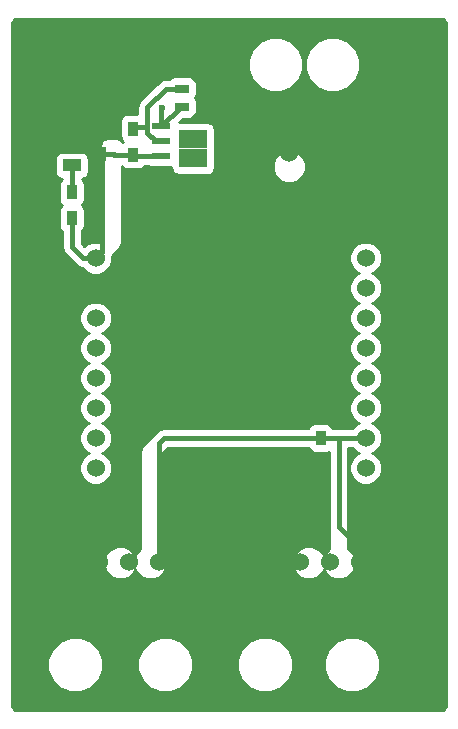
<source format=gbr>
G04 #@! TF.FileFunction,Copper,L1,Top,Signal*
%FSLAX46Y46*%
G04 Gerber Fmt 4.6, Leading zero omitted, Abs format (unit mm)*
G04 Created by KiCad (PCBNEW 4.0.7) date 04/29/18 15:59:49*
%MOMM*%
%LPD*%
G01*
G04 APERTURE LIST*
%ADD10C,0.100000*%
%ADD11R,1.200000X0.750000*%
%ADD12R,0.750000X1.200000*%
%ADD13R,0.900000X1.200000*%
%ADD14C,1.524000*%
%ADD15R,1.550000X0.600000*%
%ADD16R,1.200000X1.600000*%
%ADD17R,1.600000X1.000000*%
%ADD18C,0.600000*%
%ADD19C,0.406400*%
%ADD20C,0.254000*%
G04 APERTURE END LIST*
D10*
D11*
X180152000Y-89916000D03*
X182052000Y-89916000D03*
D12*
X173355000Y-92077500D03*
X173355000Y-93977500D03*
D13*
X176022000Y-91780000D03*
X176022000Y-93980000D03*
X191897000Y-120183000D03*
X191897000Y-117983000D03*
D14*
X189230000Y-93853000D03*
X191770000Y-93853000D03*
D15*
X178402000Y-91567000D03*
X178402000Y-92837000D03*
X178402000Y-94107000D03*
X178402000Y-95377000D03*
X183802000Y-95377000D03*
X183802000Y-94107000D03*
X183802000Y-92837000D03*
X183802000Y-91567000D03*
D16*
X181702000Y-94272000D03*
X181702000Y-92672000D03*
X180502000Y-94272000D03*
X180502000Y-92672000D03*
D14*
X195262500Y-128460500D03*
X192722500Y-128460500D03*
X190182500Y-128460500D03*
D11*
X180152000Y-88392000D03*
X182052000Y-88392000D03*
D14*
X172847000Y-102743000D03*
X172847000Y-105283000D03*
X172847000Y-107823000D03*
X172847000Y-110363000D03*
X172847000Y-112903000D03*
X172847000Y-115443000D03*
X172847000Y-117983000D03*
X172847000Y-120523000D03*
X195707000Y-102743000D03*
X195707000Y-105283000D03*
X195707000Y-107823000D03*
X195707000Y-110363000D03*
X195707000Y-112903000D03*
X195707000Y-115443000D03*
X195707000Y-117983000D03*
X195707000Y-120523000D03*
D17*
X170840400Y-91894400D03*
X170840400Y-94894400D03*
D13*
X170840400Y-99380400D03*
X170840400Y-97180400D03*
D14*
X178244500Y-128460500D03*
X175704500Y-128460500D03*
X173164500Y-128460500D03*
D18*
X178435000Y-90043000D03*
D19*
X178402000Y-91567000D02*
X178402000Y-90076000D01*
X178402000Y-90076000D02*
X178435000Y-90043000D01*
X180152000Y-89916000D02*
X180053000Y-89916000D01*
X180053000Y-89916000D02*
X178402000Y-91567000D01*
X173355000Y-93977500D02*
X173355000Y-102235000D01*
X173355000Y-102235000D02*
X172847000Y-102743000D01*
X174376000Y-93980000D02*
X174373500Y-93977500D01*
X174373500Y-93977500D02*
X173355000Y-93977500D01*
X172847000Y-102743000D02*
X171769370Y-102743000D01*
X171769370Y-102743000D02*
X170840400Y-101814030D01*
X170840400Y-101814030D02*
X170840400Y-100386800D01*
X170840400Y-100386800D02*
X170840400Y-99380400D01*
X176022000Y-93980000D02*
X174376000Y-93980000D01*
X178402000Y-94107000D02*
X176149000Y-94107000D01*
X176149000Y-94107000D02*
X176022000Y-93980000D01*
X177220600Y-91440000D02*
X177220600Y-92130600D01*
X177220600Y-89987400D02*
X177220600Y-91440000D01*
X177050600Y-91610000D02*
X176022000Y-91610000D01*
X177220600Y-91440000D02*
X177050600Y-91610000D01*
X178816000Y-88392000D02*
X177220600Y-89987400D01*
X177220600Y-92130600D02*
X177927000Y-92837000D01*
X177927000Y-92837000D02*
X178402000Y-92837000D01*
X180152000Y-88392000D02*
X178816000Y-88392000D01*
X195262500Y-128460500D02*
X195262500Y-127382870D01*
X195262500Y-127382870D02*
X193421000Y-125541370D01*
X193421000Y-125541370D02*
X193421000Y-117983000D01*
X178244500Y-128460500D02*
X178244500Y-118364000D01*
X178244500Y-118364000D02*
X178625500Y-117983000D01*
X178625500Y-117983000D02*
X191040600Y-117983000D01*
X191040600Y-117983000D02*
X191897000Y-117983000D01*
X195707000Y-117983000D02*
X193421000Y-117983000D01*
X193421000Y-117983000D02*
X191897000Y-117983000D01*
X183802000Y-91567000D02*
X183703000Y-91567000D01*
X183703000Y-91567000D02*
X182052000Y-89916000D01*
X183802000Y-91567000D02*
X183802000Y-95377000D01*
X182052000Y-88392000D02*
X182052000Y-89916000D01*
X170840400Y-97180400D02*
X170840400Y-94894400D01*
D20*
G36*
X202295777Y-82534144D02*
X202390539Y-82597461D01*
X202453856Y-82692223D01*
X202490000Y-82873930D01*
X202490000Y-140646070D01*
X202453856Y-140827777D01*
X202390539Y-140922539D01*
X202295777Y-140985856D01*
X202114069Y-141022000D01*
X166185930Y-141022000D01*
X166004223Y-140985856D01*
X165909461Y-140922539D01*
X165846144Y-140827777D01*
X165810000Y-140646069D01*
X165810000Y-137627373D01*
X168772091Y-137627373D01*
X169130623Y-138495086D01*
X169793922Y-139159544D01*
X170661008Y-139519589D01*
X171599873Y-139520409D01*
X172467586Y-139161877D01*
X173132044Y-138498578D01*
X173492089Y-137631492D01*
X173492092Y-137627373D01*
X176392091Y-137627373D01*
X176750623Y-138495086D01*
X177413922Y-139159544D01*
X178281008Y-139519589D01*
X179219873Y-139520409D01*
X180087586Y-139161877D01*
X180752044Y-138498578D01*
X181112089Y-137631492D01*
X181112089Y-137631373D01*
X184835591Y-137631373D01*
X185194123Y-138499086D01*
X185857422Y-139163544D01*
X186724508Y-139523589D01*
X187663373Y-139524409D01*
X188531086Y-139165877D01*
X189195544Y-138502578D01*
X189555589Y-137635492D01*
X189555592Y-137631373D01*
X192205591Y-137631373D01*
X192564123Y-138499086D01*
X193227422Y-139163544D01*
X194094508Y-139523589D01*
X195033373Y-139524409D01*
X195901086Y-139165877D01*
X196565544Y-138502578D01*
X196925589Y-137635492D01*
X196926409Y-136696627D01*
X196567877Y-135828914D01*
X195904578Y-135164456D01*
X195037492Y-134804411D01*
X194098627Y-134803591D01*
X193230914Y-135162123D01*
X192566456Y-135825422D01*
X192206411Y-136692508D01*
X192205591Y-137631373D01*
X189555592Y-137631373D01*
X189556409Y-136696627D01*
X189197877Y-135828914D01*
X188534578Y-135164456D01*
X187667492Y-134804411D01*
X186728627Y-134803591D01*
X185860914Y-135162123D01*
X185196456Y-135825422D01*
X184836411Y-136692508D01*
X184835591Y-137631373D01*
X181112089Y-137631373D01*
X181112909Y-136692627D01*
X180754377Y-135824914D01*
X180091078Y-135160456D01*
X179223992Y-134800411D01*
X178285127Y-134799591D01*
X177417414Y-135158123D01*
X176752956Y-135821422D01*
X176392911Y-136688508D01*
X176392091Y-137627373D01*
X173492092Y-137627373D01*
X173492909Y-136692627D01*
X173134377Y-135824914D01*
X172471078Y-135160456D01*
X171603992Y-134800411D01*
X170665127Y-134799591D01*
X169797414Y-135158123D01*
X169132956Y-135821422D01*
X168772911Y-136688508D01*
X168772091Y-137627373D01*
X165810000Y-137627373D01*
X165810000Y-128800661D01*
X173545258Y-128800661D01*
X173757490Y-129314303D01*
X174150130Y-129707629D01*
X174663400Y-129920757D01*
X175219161Y-129921242D01*
X175732803Y-129709010D01*
X176126129Y-129316370D01*
X176212449Y-129108488D01*
X176297490Y-129314303D01*
X176690130Y-129707629D01*
X177203400Y-129920757D01*
X177759161Y-129921242D01*
X178272803Y-129709010D01*
X178666129Y-129316370D01*
X178879257Y-128803100D01*
X178879742Y-128247339D01*
X178667510Y-127733697D01*
X178320700Y-127386281D01*
X178320700Y-119473194D01*
X178972694Y-118821200D01*
X190845693Y-118821200D01*
X190982910Y-119034441D01*
X191195110Y-119179431D01*
X191447000Y-119230440D01*
X192347000Y-119230440D01*
X192582317Y-119186162D01*
X192582800Y-119185851D01*
X192582800Y-127386803D01*
X192237371Y-127731630D01*
X192151051Y-127939512D01*
X192066010Y-127733697D01*
X191673370Y-127340371D01*
X191160100Y-127127243D01*
X190604339Y-127126758D01*
X190090697Y-127338990D01*
X189697371Y-127731630D01*
X189484243Y-128244900D01*
X189483758Y-128800661D01*
X189695990Y-129314303D01*
X190088630Y-129707629D01*
X190601900Y-129920757D01*
X191157661Y-129921242D01*
X191671303Y-129709010D01*
X192064629Y-129316370D01*
X192150949Y-129108488D01*
X192235990Y-129314303D01*
X192628630Y-129707629D01*
X193141900Y-129920757D01*
X193697661Y-129921242D01*
X194211303Y-129709010D01*
X194604629Y-129316370D01*
X194817757Y-128803100D01*
X194818242Y-128247339D01*
X194606010Y-127733697D01*
X194259200Y-127386281D01*
X194259200Y-118821200D01*
X194569803Y-118821200D01*
X194914630Y-119166629D01*
X195122512Y-119252949D01*
X194916697Y-119337990D01*
X194523371Y-119730630D01*
X194310243Y-120243900D01*
X194309758Y-120799661D01*
X194521990Y-121313303D01*
X194914630Y-121706629D01*
X195427900Y-121919757D01*
X195983661Y-121920242D01*
X196497303Y-121708010D01*
X196890629Y-121315370D01*
X197103757Y-120802100D01*
X197104242Y-120246339D01*
X196892010Y-119732697D01*
X196499370Y-119339371D01*
X196291488Y-119253051D01*
X196497303Y-119168010D01*
X196890629Y-118775370D01*
X197103757Y-118262100D01*
X197104242Y-117706339D01*
X196892010Y-117192697D01*
X196499370Y-116799371D01*
X196291488Y-116713051D01*
X196497303Y-116628010D01*
X196890629Y-116235370D01*
X197103757Y-115722100D01*
X197104242Y-115166339D01*
X196892010Y-114652697D01*
X196499370Y-114259371D01*
X196291488Y-114173051D01*
X196497303Y-114088010D01*
X196890629Y-113695370D01*
X197103757Y-113182100D01*
X197104242Y-112626339D01*
X196892010Y-112112697D01*
X196499370Y-111719371D01*
X196291488Y-111633051D01*
X196497303Y-111548010D01*
X196890629Y-111155370D01*
X197103757Y-110642100D01*
X197104242Y-110086339D01*
X196892010Y-109572697D01*
X196499370Y-109179371D01*
X196291488Y-109093051D01*
X196497303Y-109008010D01*
X196890629Y-108615370D01*
X197103757Y-108102100D01*
X197104242Y-107546339D01*
X196892010Y-107032697D01*
X196499370Y-106639371D01*
X196291488Y-106553051D01*
X196497303Y-106468010D01*
X196890629Y-106075370D01*
X197103757Y-105562100D01*
X197104242Y-105006339D01*
X196892010Y-104492697D01*
X196499370Y-104099371D01*
X196291488Y-104013051D01*
X196497303Y-103928010D01*
X196890629Y-103535370D01*
X197103757Y-103022100D01*
X197104242Y-102466339D01*
X196892010Y-101952697D01*
X196499370Y-101559371D01*
X195986100Y-101346243D01*
X195430339Y-101345758D01*
X194916697Y-101557990D01*
X194523371Y-101950630D01*
X194310243Y-102463900D01*
X194309758Y-103019661D01*
X194521990Y-103533303D01*
X194914630Y-103926629D01*
X195122512Y-104012949D01*
X194916697Y-104097990D01*
X194523371Y-104490630D01*
X194310243Y-105003900D01*
X194309758Y-105559661D01*
X194521990Y-106073303D01*
X194914630Y-106466629D01*
X195122512Y-106552949D01*
X194916697Y-106637990D01*
X194523371Y-107030630D01*
X194310243Y-107543900D01*
X194309758Y-108099661D01*
X194521990Y-108613303D01*
X194914630Y-109006629D01*
X195122512Y-109092949D01*
X194916697Y-109177990D01*
X194523371Y-109570630D01*
X194310243Y-110083900D01*
X194309758Y-110639661D01*
X194521990Y-111153303D01*
X194914630Y-111546629D01*
X195122512Y-111632949D01*
X194916697Y-111717990D01*
X194523371Y-112110630D01*
X194310243Y-112623900D01*
X194309758Y-113179661D01*
X194521990Y-113693303D01*
X194914630Y-114086629D01*
X195122512Y-114172949D01*
X194916697Y-114257990D01*
X194523371Y-114650630D01*
X194310243Y-115163900D01*
X194309758Y-115719661D01*
X194521990Y-116233303D01*
X194914630Y-116626629D01*
X195122512Y-116712949D01*
X194916697Y-116797990D01*
X194569281Y-117144800D01*
X192948307Y-117144800D01*
X192811090Y-116931559D01*
X192598890Y-116786569D01*
X192347000Y-116735560D01*
X191447000Y-116735560D01*
X191211683Y-116779838D01*
X190995559Y-116918910D01*
X190850569Y-117131110D01*
X190847797Y-117144800D01*
X178625500Y-117144800D01*
X178304734Y-117208604D01*
X178032803Y-117390303D01*
X176889803Y-118533303D01*
X176708104Y-118805234D01*
X176708104Y-118805235D01*
X176644300Y-119126000D01*
X176644300Y-127386803D01*
X176298871Y-127731630D01*
X176212551Y-127939512D01*
X176127510Y-127733697D01*
X175734870Y-127340371D01*
X175221600Y-127127243D01*
X174665839Y-127126758D01*
X174152197Y-127338990D01*
X173758871Y-127731630D01*
X173545743Y-128244900D01*
X173545258Y-128800661D01*
X165810000Y-128800661D01*
X165810000Y-108099661D01*
X171449758Y-108099661D01*
X171661990Y-108613303D01*
X172054630Y-109006629D01*
X172262512Y-109092949D01*
X172056697Y-109177990D01*
X171663371Y-109570630D01*
X171450243Y-110083900D01*
X171449758Y-110639661D01*
X171661990Y-111153303D01*
X172054630Y-111546629D01*
X172262512Y-111632949D01*
X172056697Y-111717990D01*
X171663371Y-112110630D01*
X171450243Y-112623900D01*
X171449758Y-113179661D01*
X171661990Y-113693303D01*
X172054630Y-114086629D01*
X172262512Y-114172949D01*
X172056697Y-114257990D01*
X171663371Y-114650630D01*
X171450243Y-115163900D01*
X171449758Y-115719661D01*
X171661990Y-116233303D01*
X172054630Y-116626629D01*
X172262512Y-116712949D01*
X172056697Y-116797990D01*
X171663371Y-117190630D01*
X171450243Y-117703900D01*
X171449758Y-118259661D01*
X171661990Y-118773303D01*
X172054630Y-119166629D01*
X172262512Y-119252949D01*
X172056697Y-119337990D01*
X171663371Y-119730630D01*
X171450243Y-120243900D01*
X171449758Y-120799661D01*
X171661990Y-121313303D01*
X172054630Y-121706629D01*
X172567900Y-121919757D01*
X173123661Y-121920242D01*
X173637303Y-121708010D01*
X174030629Y-121315370D01*
X174243757Y-120802100D01*
X174244242Y-120246339D01*
X174032010Y-119732697D01*
X173639370Y-119339371D01*
X173431488Y-119253051D01*
X173637303Y-119168010D01*
X174030629Y-118775370D01*
X174243757Y-118262100D01*
X174244242Y-117706339D01*
X174032010Y-117192697D01*
X173639370Y-116799371D01*
X173431488Y-116713051D01*
X173637303Y-116628010D01*
X174030629Y-116235370D01*
X174243757Y-115722100D01*
X174244242Y-115166339D01*
X174032010Y-114652697D01*
X173639370Y-114259371D01*
X173431488Y-114173051D01*
X173637303Y-114088010D01*
X174030629Y-113695370D01*
X174243757Y-113182100D01*
X174244242Y-112626339D01*
X174032010Y-112112697D01*
X173639370Y-111719371D01*
X173431488Y-111633051D01*
X173637303Y-111548010D01*
X174030629Y-111155370D01*
X174243757Y-110642100D01*
X174244242Y-110086339D01*
X174032010Y-109572697D01*
X173639370Y-109179371D01*
X173431488Y-109093051D01*
X173637303Y-109008010D01*
X174030629Y-108615370D01*
X174243757Y-108102100D01*
X174244242Y-107546339D01*
X174032010Y-107032697D01*
X173639370Y-106639371D01*
X173126100Y-106426243D01*
X172570339Y-106425758D01*
X172056697Y-106637990D01*
X171663371Y-107030630D01*
X171450243Y-107543900D01*
X171449758Y-108099661D01*
X165810000Y-108099661D01*
X165810000Y-94394400D01*
X169392960Y-94394400D01*
X169392960Y-95394400D01*
X169437238Y-95629717D01*
X169576310Y-95845841D01*
X169788510Y-95990831D01*
X170002200Y-96034104D01*
X170002200Y-96075616D01*
X169938959Y-96116310D01*
X169793969Y-96328510D01*
X169742960Y-96580400D01*
X169742960Y-97780400D01*
X169787238Y-98015717D01*
X169926310Y-98231841D01*
X169996111Y-98279534D01*
X169938959Y-98316310D01*
X169793969Y-98528510D01*
X169742960Y-98780400D01*
X169742960Y-99980400D01*
X169787238Y-100215717D01*
X169926310Y-100431841D01*
X170002200Y-100483694D01*
X170002200Y-101814030D01*
X170066004Y-102134796D01*
X170247703Y-102406727D01*
X171176673Y-103335697D01*
X171448604Y-103517396D01*
X171695045Y-103566416D01*
X172054630Y-103926629D01*
X172567900Y-104139757D01*
X173123661Y-104140242D01*
X173637303Y-103928010D01*
X174030629Y-103535370D01*
X174243757Y-103022100D01*
X174244185Y-102531209D01*
X174836697Y-101938697D01*
X175018396Y-101666766D01*
X175082200Y-101346000D01*
X175082200Y-94991487D01*
X175107910Y-95031441D01*
X175320110Y-95176431D01*
X175572000Y-95227440D01*
X176472000Y-95227440D01*
X176707317Y-95183162D01*
X176923441Y-95044090D01*
X176991010Y-94945200D01*
X177289886Y-94945200D01*
X177375110Y-95003431D01*
X177627000Y-95054440D01*
X179177000Y-95054440D01*
X179254560Y-95039846D01*
X179254560Y-95072000D01*
X179298838Y-95307317D01*
X179437910Y-95523441D01*
X179650110Y-95668431D01*
X179902000Y-95719440D01*
X182302000Y-95719440D01*
X182537317Y-95675162D01*
X182753441Y-95536090D01*
X182898431Y-95323890D01*
X182908805Y-95272661D01*
X187832758Y-95272661D01*
X188044990Y-95786303D01*
X188437630Y-96179629D01*
X188950900Y-96392757D01*
X189506661Y-96393242D01*
X190020303Y-96181010D01*
X190413629Y-95788370D01*
X190626757Y-95275100D01*
X190627242Y-94719339D01*
X190415010Y-94205697D01*
X190022370Y-93812371D01*
X189509100Y-93599243D01*
X188953339Y-93598758D01*
X188439697Y-93810990D01*
X188046371Y-94203630D01*
X187833243Y-94716900D01*
X187832758Y-95272661D01*
X182908805Y-95272661D01*
X182949440Y-95072000D01*
X182949440Y-91872000D01*
X182905162Y-91636683D01*
X182766090Y-91420559D01*
X182553890Y-91275569D01*
X182302000Y-91224560D01*
X179929834Y-91224560D01*
X180215954Y-90938440D01*
X180752000Y-90938440D01*
X180987317Y-90894162D01*
X181203441Y-90755090D01*
X181348431Y-90542890D01*
X181399440Y-90291000D01*
X181399440Y-89541000D01*
X181355162Y-89305683D01*
X181256857Y-89152913D01*
X181348431Y-89018890D01*
X181399440Y-88767000D01*
X181399440Y-88017000D01*
X181355162Y-87781683D01*
X181216090Y-87565559D01*
X181003890Y-87420569D01*
X180752000Y-87369560D01*
X179552000Y-87369560D01*
X179316683Y-87413838D01*
X179100559Y-87552910D01*
X179099951Y-87553800D01*
X178816000Y-87553800D01*
X178495234Y-87617604D01*
X178223303Y-87799303D01*
X176627903Y-89394703D01*
X176446204Y-89666634D01*
X176428580Y-89755235D01*
X176382400Y-89987400D01*
X176382400Y-90532560D01*
X175572000Y-90532560D01*
X175336683Y-90576838D01*
X175120559Y-90715910D01*
X174975569Y-90928110D01*
X174924560Y-91180000D01*
X174924560Y-92380000D01*
X174968838Y-92615317D01*
X175107910Y-92831441D01*
X175177711Y-92879134D01*
X175148373Y-92898012D01*
X175083090Y-92796559D01*
X174870890Y-92651569D01*
X174619000Y-92600560D01*
X173869000Y-92600560D01*
X173633683Y-92644838D01*
X173417559Y-92783910D01*
X173272569Y-92996110D01*
X173221560Y-93248000D01*
X173221560Y-94448000D01*
X173265838Y-94683317D01*
X173404910Y-94899441D01*
X173405800Y-94900049D01*
X173405800Y-100998806D01*
X173058422Y-101346184D01*
X172570339Y-101345758D01*
X172056697Y-101557990D01*
X171913100Y-101701336D01*
X171678600Y-101466836D01*
X171678600Y-100485184D01*
X171741841Y-100444490D01*
X171886831Y-100232290D01*
X171937840Y-99980400D01*
X171937840Y-98780400D01*
X171893562Y-98545083D01*
X171754490Y-98328959D01*
X171684689Y-98281266D01*
X171741841Y-98244490D01*
X171886831Y-98032290D01*
X171937840Y-97780400D01*
X171937840Y-96580400D01*
X171893562Y-96345083D01*
X171754490Y-96128959D01*
X171678600Y-96077106D01*
X171678600Y-96034652D01*
X171875717Y-95997562D01*
X172091841Y-95858490D01*
X172236831Y-95646290D01*
X172287840Y-95394400D01*
X172287840Y-94394400D01*
X172243562Y-94159083D01*
X172104490Y-93942959D01*
X171892290Y-93797969D01*
X171640400Y-93746960D01*
X170040400Y-93746960D01*
X169805083Y-93791238D01*
X169588959Y-93930310D01*
X169443969Y-94142510D01*
X169392960Y-94394400D01*
X165810000Y-94394400D01*
X165810000Y-86823373D01*
X185724591Y-86823373D01*
X186083123Y-87691086D01*
X186746422Y-88355544D01*
X187613508Y-88715589D01*
X188552373Y-88716409D01*
X189420086Y-88357877D01*
X190084544Y-87694578D01*
X190444589Y-86827492D01*
X190444589Y-86827373D01*
X190552591Y-86827373D01*
X190911123Y-87695086D01*
X191574422Y-88359544D01*
X192441508Y-88719589D01*
X193380373Y-88720409D01*
X194248086Y-88361877D01*
X194912544Y-87698578D01*
X195272589Y-86831492D01*
X195273409Y-85892627D01*
X194914877Y-85024914D01*
X194251578Y-84360456D01*
X193384492Y-84000411D01*
X192445627Y-83999591D01*
X191577914Y-84358123D01*
X190913456Y-85021422D01*
X190553411Y-85888508D01*
X190552591Y-86827373D01*
X190444589Y-86827373D01*
X190445409Y-85888627D01*
X190086877Y-85020914D01*
X189423578Y-84356456D01*
X188556492Y-83996411D01*
X187617627Y-83995591D01*
X186749914Y-84354123D01*
X186085456Y-85017422D01*
X185725411Y-85884508D01*
X185724591Y-86823373D01*
X165810000Y-86823373D01*
X165810000Y-82873931D01*
X165846144Y-82692223D01*
X165909461Y-82597461D01*
X166004223Y-82534144D01*
X166185930Y-82498000D01*
X202114069Y-82498000D01*
X202295777Y-82534144D01*
X202295777Y-82534144D01*
G37*
X202295777Y-82534144D02*
X202390539Y-82597461D01*
X202453856Y-82692223D01*
X202490000Y-82873930D01*
X202490000Y-140646070D01*
X202453856Y-140827777D01*
X202390539Y-140922539D01*
X202295777Y-140985856D01*
X202114069Y-141022000D01*
X166185930Y-141022000D01*
X166004223Y-140985856D01*
X165909461Y-140922539D01*
X165846144Y-140827777D01*
X165810000Y-140646069D01*
X165810000Y-137627373D01*
X168772091Y-137627373D01*
X169130623Y-138495086D01*
X169793922Y-139159544D01*
X170661008Y-139519589D01*
X171599873Y-139520409D01*
X172467586Y-139161877D01*
X173132044Y-138498578D01*
X173492089Y-137631492D01*
X173492092Y-137627373D01*
X176392091Y-137627373D01*
X176750623Y-138495086D01*
X177413922Y-139159544D01*
X178281008Y-139519589D01*
X179219873Y-139520409D01*
X180087586Y-139161877D01*
X180752044Y-138498578D01*
X181112089Y-137631492D01*
X181112089Y-137631373D01*
X184835591Y-137631373D01*
X185194123Y-138499086D01*
X185857422Y-139163544D01*
X186724508Y-139523589D01*
X187663373Y-139524409D01*
X188531086Y-139165877D01*
X189195544Y-138502578D01*
X189555589Y-137635492D01*
X189555592Y-137631373D01*
X192205591Y-137631373D01*
X192564123Y-138499086D01*
X193227422Y-139163544D01*
X194094508Y-139523589D01*
X195033373Y-139524409D01*
X195901086Y-139165877D01*
X196565544Y-138502578D01*
X196925589Y-137635492D01*
X196926409Y-136696627D01*
X196567877Y-135828914D01*
X195904578Y-135164456D01*
X195037492Y-134804411D01*
X194098627Y-134803591D01*
X193230914Y-135162123D01*
X192566456Y-135825422D01*
X192206411Y-136692508D01*
X192205591Y-137631373D01*
X189555592Y-137631373D01*
X189556409Y-136696627D01*
X189197877Y-135828914D01*
X188534578Y-135164456D01*
X187667492Y-134804411D01*
X186728627Y-134803591D01*
X185860914Y-135162123D01*
X185196456Y-135825422D01*
X184836411Y-136692508D01*
X184835591Y-137631373D01*
X181112089Y-137631373D01*
X181112909Y-136692627D01*
X180754377Y-135824914D01*
X180091078Y-135160456D01*
X179223992Y-134800411D01*
X178285127Y-134799591D01*
X177417414Y-135158123D01*
X176752956Y-135821422D01*
X176392911Y-136688508D01*
X176392091Y-137627373D01*
X173492092Y-137627373D01*
X173492909Y-136692627D01*
X173134377Y-135824914D01*
X172471078Y-135160456D01*
X171603992Y-134800411D01*
X170665127Y-134799591D01*
X169797414Y-135158123D01*
X169132956Y-135821422D01*
X168772911Y-136688508D01*
X168772091Y-137627373D01*
X165810000Y-137627373D01*
X165810000Y-128800661D01*
X173545258Y-128800661D01*
X173757490Y-129314303D01*
X174150130Y-129707629D01*
X174663400Y-129920757D01*
X175219161Y-129921242D01*
X175732803Y-129709010D01*
X176126129Y-129316370D01*
X176212449Y-129108488D01*
X176297490Y-129314303D01*
X176690130Y-129707629D01*
X177203400Y-129920757D01*
X177759161Y-129921242D01*
X178272803Y-129709010D01*
X178666129Y-129316370D01*
X178879257Y-128803100D01*
X178879742Y-128247339D01*
X178667510Y-127733697D01*
X178320700Y-127386281D01*
X178320700Y-119473194D01*
X178972694Y-118821200D01*
X190845693Y-118821200D01*
X190982910Y-119034441D01*
X191195110Y-119179431D01*
X191447000Y-119230440D01*
X192347000Y-119230440D01*
X192582317Y-119186162D01*
X192582800Y-119185851D01*
X192582800Y-127386803D01*
X192237371Y-127731630D01*
X192151051Y-127939512D01*
X192066010Y-127733697D01*
X191673370Y-127340371D01*
X191160100Y-127127243D01*
X190604339Y-127126758D01*
X190090697Y-127338990D01*
X189697371Y-127731630D01*
X189484243Y-128244900D01*
X189483758Y-128800661D01*
X189695990Y-129314303D01*
X190088630Y-129707629D01*
X190601900Y-129920757D01*
X191157661Y-129921242D01*
X191671303Y-129709010D01*
X192064629Y-129316370D01*
X192150949Y-129108488D01*
X192235990Y-129314303D01*
X192628630Y-129707629D01*
X193141900Y-129920757D01*
X193697661Y-129921242D01*
X194211303Y-129709010D01*
X194604629Y-129316370D01*
X194817757Y-128803100D01*
X194818242Y-128247339D01*
X194606010Y-127733697D01*
X194259200Y-127386281D01*
X194259200Y-118821200D01*
X194569803Y-118821200D01*
X194914630Y-119166629D01*
X195122512Y-119252949D01*
X194916697Y-119337990D01*
X194523371Y-119730630D01*
X194310243Y-120243900D01*
X194309758Y-120799661D01*
X194521990Y-121313303D01*
X194914630Y-121706629D01*
X195427900Y-121919757D01*
X195983661Y-121920242D01*
X196497303Y-121708010D01*
X196890629Y-121315370D01*
X197103757Y-120802100D01*
X197104242Y-120246339D01*
X196892010Y-119732697D01*
X196499370Y-119339371D01*
X196291488Y-119253051D01*
X196497303Y-119168010D01*
X196890629Y-118775370D01*
X197103757Y-118262100D01*
X197104242Y-117706339D01*
X196892010Y-117192697D01*
X196499370Y-116799371D01*
X196291488Y-116713051D01*
X196497303Y-116628010D01*
X196890629Y-116235370D01*
X197103757Y-115722100D01*
X197104242Y-115166339D01*
X196892010Y-114652697D01*
X196499370Y-114259371D01*
X196291488Y-114173051D01*
X196497303Y-114088010D01*
X196890629Y-113695370D01*
X197103757Y-113182100D01*
X197104242Y-112626339D01*
X196892010Y-112112697D01*
X196499370Y-111719371D01*
X196291488Y-111633051D01*
X196497303Y-111548010D01*
X196890629Y-111155370D01*
X197103757Y-110642100D01*
X197104242Y-110086339D01*
X196892010Y-109572697D01*
X196499370Y-109179371D01*
X196291488Y-109093051D01*
X196497303Y-109008010D01*
X196890629Y-108615370D01*
X197103757Y-108102100D01*
X197104242Y-107546339D01*
X196892010Y-107032697D01*
X196499370Y-106639371D01*
X196291488Y-106553051D01*
X196497303Y-106468010D01*
X196890629Y-106075370D01*
X197103757Y-105562100D01*
X197104242Y-105006339D01*
X196892010Y-104492697D01*
X196499370Y-104099371D01*
X196291488Y-104013051D01*
X196497303Y-103928010D01*
X196890629Y-103535370D01*
X197103757Y-103022100D01*
X197104242Y-102466339D01*
X196892010Y-101952697D01*
X196499370Y-101559371D01*
X195986100Y-101346243D01*
X195430339Y-101345758D01*
X194916697Y-101557990D01*
X194523371Y-101950630D01*
X194310243Y-102463900D01*
X194309758Y-103019661D01*
X194521990Y-103533303D01*
X194914630Y-103926629D01*
X195122512Y-104012949D01*
X194916697Y-104097990D01*
X194523371Y-104490630D01*
X194310243Y-105003900D01*
X194309758Y-105559661D01*
X194521990Y-106073303D01*
X194914630Y-106466629D01*
X195122512Y-106552949D01*
X194916697Y-106637990D01*
X194523371Y-107030630D01*
X194310243Y-107543900D01*
X194309758Y-108099661D01*
X194521990Y-108613303D01*
X194914630Y-109006629D01*
X195122512Y-109092949D01*
X194916697Y-109177990D01*
X194523371Y-109570630D01*
X194310243Y-110083900D01*
X194309758Y-110639661D01*
X194521990Y-111153303D01*
X194914630Y-111546629D01*
X195122512Y-111632949D01*
X194916697Y-111717990D01*
X194523371Y-112110630D01*
X194310243Y-112623900D01*
X194309758Y-113179661D01*
X194521990Y-113693303D01*
X194914630Y-114086629D01*
X195122512Y-114172949D01*
X194916697Y-114257990D01*
X194523371Y-114650630D01*
X194310243Y-115163900D01*
X194309758Y-115719661D01*
X194521990Y-116233303D01*
X194914630Y-116626629D01*
X195122512Y-116712949D01*
X194916697Y-116797990D01*
X194569281Y-117144800D01*
X192948307Y-117144800D01*
X192811090Y-116931559D01*
X192598890Y-116786569D01*
X192347000Y-116735560D01*
X191447000Y-116735560D01*
X191211683Y-116779838D01*
X190995559Y-116918910D01*
X190850569Y-117131110D01*
X190847797Y-117144800D01*
X178625500Y-117144800D01*
X178304734Y-117208604D01*
X178032803Y-117390303D01*
X176889803Y-118533303D01*
X176708104Y-118805234D01*
X176708104Y-118805235D01*
X176644300Y-119126000D01*
X176644300Y-127386803D01*
X176298871Y-127731630D01*
X176212551Y-127939512D01*
X176127510Y-127733697D01*
X175734870Y-127340371D01*
X175221600Y-127127243D01*
X174665839Y-127126758D01*
X174152197Y-127338990D01*
X173758871Y-127731630D01*
X173545743Y-128244900D01*
X173545258Y-128800661D01*
X165810000Y-128800661D01*
X165810000Y-108099661D01*
X171449758Y-108099661D01*
X171661990Y-108613303D01*
X172054630Y-109006629D01*
X172262512Y-109092949D01*
X172056697Y-109177990D01*
X171663371Y-109570630D01*
X171450243Y-110083900D01*
X171449758Y-110639661D01*
X171661990Y-111153303D01*
X172054630Y-111546629D01*
X172262512Y-111632949D01*
X172056697Y-111717990D01*
X171663371Y-112110630D01*
X171450243Y-112623900D01*
X171449758Y-113179661D01*
X171661990Y-113693303D01*
X172054630Y-114086629D01*
X172262512Y-114172949D01*
X172056697Y-114257990D01*
X171663371Y-114650630D01*
X171450243Y-115163900D01*
X171449758Y-115719661D01*
X171661990Y-116233303D01*
X172054630Y-116626629D01*
X172262512Y-116712949D01*
X172056697Y-116797990D01*
X171663371Y-117190630D01*
X171450243Y-117703900D01*
X171449758Y-118259661D01*
X171661990Y-118773303D01*
X172054630Y-119166629D01*
X172262512Y-119252949D01*
X172056697Y-119337990D01*
X171663371Y-119730630D01*
X171450243Y-120243900D01*
X171449758Y-120799661D01*
X171661990Y-121313303D01*
X172054630Y-121706629D01*
X172567900Y-121919757D01*
X173123661Y-121920242D01*
X173637303Y-121708010D01*
X174030629Y-121315370D01*
X174243757Y-120802100D01*
X174244242Y-120246339D01*
X174032010Y-119732697D01*
X173639370Y-119339371D01*
X173431488Y-119253051D01*
X173637303Y-119168010D01*
X174030629Y-118775370D01*
X174243757Y-118262100D01*
X174244242Y-117706339D01*
X174032010Y-117192697D01*
X173639370Y-116799371D01*
X173431488Y-116713051D01*
X173637303Y-116628010D01*
X174030629Y-116235370D01*
X174243757Y-115722100D01*
X174244242Y-115166339D01*
X174032010Y-114652697D01*
X173639370Y-114259371D01*
X173431488Y-114173051D01*
X173637303Y-114088010D01*
X174030629Y-113695370D01*
X174243757Y-113182100D01*
X174244242Y-112626339D01*
X174032010Y-112112697D01*
X173639370Y-111719371D01*
X173431488Y-111633051D01*
X173637303Y-111548010D01*
X174030629Y-111155370D01*
X174243757Y-110642100D01*
X174244242Y-110086339D01*
X174032010Y-109572697D01*
X173639370Y-109179371D01*
X173431488Y-109093051D01*
X173637303Y-109008010D01*
X174030629Y-108615370D01*
X174243757Y-108102100D01*
X174244242Y-107546339D01*
X174032010Y-107032697D01*
X173639370Y-106639371D01*
X173126100Y-106426243D01*
X172570339Y-106425758D01*
X172056697Y-106637990D01*
X171663371Y-107030630D01*
X171450243Y-107543900D01*
X171449758Y-108099661D01*
X165810000Y-108099661D01*
X165810000Y-94394400D01*
X169392960Y-94394400D01*
X169392960Y-95394400D01*
X169437238Y-95629717D01*
X169576310Y-95845841D01*
X169788510Y-95990831D01*
X170002200Y-96034104D01*
X170002200Y-96075616D01*
X169938959Y-96116310D01*
X169793969Y-96328510D01*
X169742960Y-96580400D01*
X169742960Y-97780400D01*
X169787238Y-98015717D01*
X169926310Y-98231841D01*
X169996111Y-98279534D01*
X169938959Y-98316310D01*
X169793969Y-98528510D01*
X169742960Y-98780400D01*
X169742960Y-99980400D01*
X169787238Y-100215717D01*
X169926310Y-100431841D01*
X170002200Y-100483694D01*
X170002200Y-101814030D01*
X170066004Y-102134796D01*
X170247703Y-102406727D01*
X171176673Y-103335697D01*
X171448604Y-103517396D01*
X171695045Y-103566416D01*
X172054630Y-103926629D01*
X172567900Y-104139757D01*
X173123661Y-104140242D01*
X173637303Y-103928010D01*
X174030629Y-103535370D01*
X174243757Y-103022100D01*
X174244185Y-102531209D01*
X174836697Y-101938697D01*
X175018396Y-101666766D01*
X175082200Y-101346000D01*
X175082200Y-94991487D01*
X175107910Y-95031441D01*
X175320110Y-95176431D01*
X175572000Y-95227440D01*
X176472000Y-95227440D01*
X176707317Y-95183162D01*
X176923441Y-95044090D01*
X176991010Y-94945200D01*
X177289886Y-94945200D01*
X177375110Y-95003431D01*
X177627000Y-95054440D01*
X179177000Y-95054440D01*
X179254560Y-95039846D01*
X179254560Y-95072000D01*
X179298838Y-95307317D01*
X179437910Y-95523441D01*
X179650110Y-95668431D01*
X179902000Y-95719440D01*
X182302000Y-95719440D01*
X182537317Y-95675162D01*
X182753441Y-95536090D01*
X182898431Y-95323890D01*
X182908805Y-95272661D01*
X187832758Y-95272661D01*
X188044990Y-95786303D01*
X188437630Y-96179629D01*
X188950900Y-96392757D01*
X189506661Y-96393242D01*
X190020303Y-96181010D01*
X190413629Y-95788370D01*
X190626757Y-95275100D01*
X190627242Y-94719339D01*
X190415010Y-94205697D01*
X190022370Y-93812371D01*
X189509100Y-93599243D01*
X188953339Y-93598758D01*
X188439697Y-93810990D01*
X188046371Y-94203630D01*
X187833243Y-94716900D01*
X187832758Y-95272661D01*
X182908805Y-95272661D01*
X182949440Y-95072000D01*
X182949440Y-91872000D01*
X182905162Y-91636683D01*
X182766090Y-91420559D01*
X182553890Y-91275569D01*
X182302000Y-91224560D01*
X179929834Y-91224560D01*
X180215954Y-90938440D01*
X180752000Y-90938440D01*
X180987317Y-90894162D01*
X181203441Y-90755090D01*
X181348431Y-90542890D01*
X181399440Y-90291000D01*
X181399440Y-89541000D01*
X181355162Y-89305683D01*
X181256857Y-89152913D01*
X181348431Y-89018890D01*
X181399440Y-88767000D01*
X181399440Y-88017000D01*
X181355162Y-87781683D01*
X181216090Y-87565559D01*
X181003890Y-87420569D01*
X180752000Y-87369560D01*
X179552000Y-87369560D01*
X179316683Y-87413838D01*
X179100559Y-87552910D01*
X179099951Y-87553800D01*
X178816000Y-87553800D01*
X178495234Y-87617604D01*
X178223303Y-87799303D01*
X176627903Y-89394703D01*
X176446204Y-89666634D01*
X176428580Y-89755235D01*
X176382400Y-89987400D01*
X176382400Y-90532560D01*
X175572000Y-90532560D01*
X175336683Y-90576838D01*
X175120559Y-90715910D01*
X174975569Y-90928110D01*
X174924560Y-91180000D01*
X174924560Y-92380000D01*
X174968838Y-92615317D01*
X175107910Y-92831441D01*
X175177711Y-92879134D01*
X175148373Y-92898012D01*
X175083090Y-92796559D01*
X174870890Y-92651569D01*
X174619000Y-92600560D01*
X173869000Y-92600560D01*
X173633683Y-92644838D01*
X173417559Y-92783910D01*
X173272569Y-92996110D01*
X173221560Y-93248000D01*
X173221560Y-94448000D01*
X173265838Y-94683317D01*
X173404910Y-94899441D01*
X173405800Y-94900049D01*
X173405800Y-100998806D01*
X173058422Y-101346184D01*
X172570339Y-101345758D01*
X172056697Y-101557990D01*
X171913100Y-101701336D01*
X171678600Y-101466836D01*
X171678600Y-100485184D01*
X171741841Y-100444490D01*
X171886831Y-100232290D01*
X171937840Y-99980400D01*
X171937840Y-98780400D01*
X171893562Y-98545083D01*
X171754490Y-98328959D01*
X171684689Y-98281266D01*
X171741841Y-98244490D01*
X171886831Y-98032290D01*
X171937840Y-97780400D01*
X171937840Y-96580400D01*
X171893562Y-96345083D01*
X171754490Y-96128959D01*
X171678600Y-96077106D01*
X171678600Y-96034652D01*
X171875717Y-95997562D01*
X172091841Y-95858490D01*
X172236831Y-95646290D01*
X172287840Y-95394400D01*
X172287840Y-94394400D01*
X172243562Y-94159083D01*
X172104490Y-93942959D01*
X171892290Y-93797969D01*
X171640400Y-93746960D01*
X170040400Y-93746960D01*
X169805083Y-93791238D01*
X169588959Y-93930310D01*
X169443969Y-94142510D01*
X169392960Y-94394400D01*
X165810000Y-94394400D01*
X165810000Y-86823373D01*
X185724591Y-86823373D01*
X186083123Y-87691086D01*
X186746422Y-88355544D01*
X187613508Y-88715589D01*
X188552373Y-88716409D01*
X189420086Y-88357877D01*
X190084544Y-87694578D01*
X190444589Y-86827492D01*
X190444589Y-86827373D01*
X190552591Y-86827373D01*
X190911123Y-87695086D01*
X191574422Y-88359544D01*
X192441508Y-88719589D01*
X193380373Y-88720409D01*
X194248086Y-88361877D01*
X194912544Y-87698578D01*
X195272589Y-86831492D01*
X195273409Y-85892627D01*
X194914877Y-85024914D01*
X194251578Y-84360456D01*
X193384492Y-84000411D01*
X192445627Y-83999591D01*
X191577914Y-84358123D01*
X190913456Y-85021422D01*
X190553411Y-85888508D01*
X190552591Y-86827373D01*
X190444589Y-86827373D01*
X190445409Y-85888627D01*
X190086877Y-85020914D01*
X189423578Y-84356456D01*
X188556492Y-83996411D01*
X187617627Y-83995591D01*
X186749914Y-84354123D01*
X186085456Y-85017422D01*
X185725411Y-85884508D01*
X185724591Y-86823373D01*
X165810000Y-86823373D01*
X165810000Y-82873931D01*
X165846144Y-82692223D01*
X165909461Y-82597461D01*
X166004223Y-82534144D01*
X166185930Y-82498000D01*
X202114069Y-82498000D01*
X202295777Y-82534144D01*
M02*

</source>
